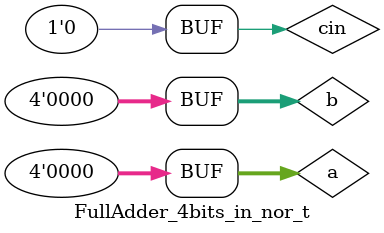
<source format=v>
`timescale 1ns/1ps

module FullAdder_4bits_in_nor_t;
parameter SIZE = 4;
reg [SIZE-1:0] a = 4'b0;
reg [SIZE-1:0] b = 4'b0;
reg [0:0 ]cin = 1'b0;
wire [SIZE-1:0] sum;
wire cout;

FullAdder_4bits_in_nor fa_4bits_in_nor (
    .sum(sum),
    .cout(cout),
    .a(a),
    .b(b),
    .cin(cin)
);

initial begin 
    repeat (2 ** 4) begin
        #1 a = a + 1'b1; b = 4'b0;
        repeat (2 ** 4) begin
            #1 b = b + 1'b1;
            #1 cin = cin + 1'b1;
        end
    end
end

endmodule
</source>
